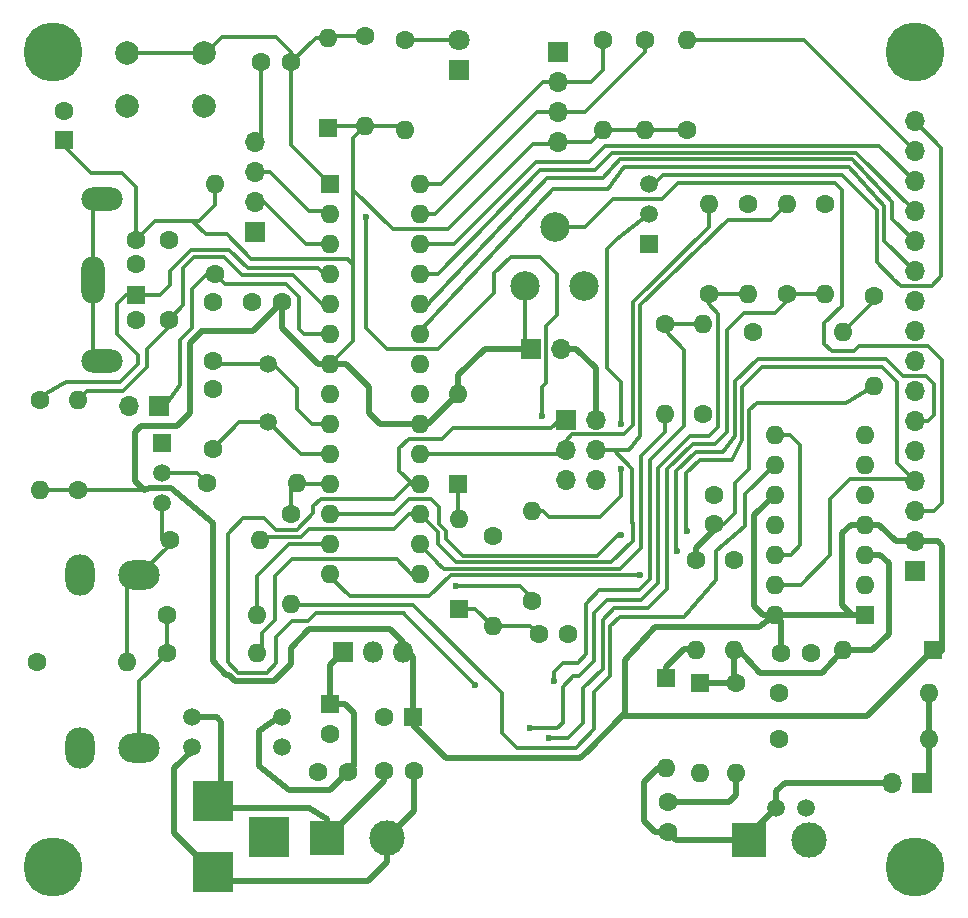
<source format=gbr>
%TF.GenerationSoftware,KiCad,Pcbnew,(6.0.11)*%
%TF.CreationDate,2023-02-05T16:58:01-06:00*%
%TF.ProjectId,PortableTerminal,506f7274-6162-46c6-9554-65726d696e61,rev?*%
%TF.SameCoordinates,Original*%
%TF.FileFunction,Copper,L2,Bot*%
%TF.FilePolarity,Positive*%
%FSLAX46Y46*%
G04 Gerber Fmt 4.6, Leading zero omitted, Abs format (unit mm)*
G04 Created by KiCad (PCBNEW (6.0.11)) date 2023-02-05 16:58:01*
%MOMM*%
%LPD*%
G01*
G04 APERTURE LIST*
%TA.AperFunction,ComponentPad*%
%ADD10R,1.600000X1.600000*%
%TD*%
%TA.AperFunction,ComponentPad*%
%ADD11C,1.600000*%
%TD*%
%TA.AperFunction,ComponentPad*%
%ADD12O,1.600000X1.600000*%
%TD*%
%TA.AperFunction,ComponentPad*%
%ADD13R,3.500000X3.500000*%
%TD*%
%TA.AperFunction,ComponentPad*%
%ADD14R,1.700000X1.700000*%
%TD*%
%TA.AperFunction,ComponentPad*%
%ADD15O,1.700000X1.700000*%
%TD*%
%TA.AperFunction,ComponentPad*%
%ADD16O,2.500000X3.500000*%
%TD*%
%TA.AperFunction,ComponentPad*%
%ADD17O,3.500000X2.500000*%
%TD*%
%TA.AperFunction,ComponentPad*%
%ADD18O,3.500000X2.000000*%
%TD*%
%TA.AperFunction,ComponentPad*%
%ADD19O,2.000000X4.000000*%
%TD*%
%TA.AperFunction,ComponentPad*%
%ADD20C,2.500000*%
%TD*%
%TA.AperFunction,ComponentPad*%
%ADD21C,2.000000*%
%TD*%
%TA.AperFunction,ComponentPad*%
%ADD22R,1.800000X1.800000*%
%TD*%
%TA.AperFunction,ComponentPad*%
%ADD23O,1.800000X1.800000*%
%TD*%
%TA.AperFunction,ComponentPad*%
%ADD24C,1.500000*%
%TD*%
%TA.AperFunction,ComponentPad*%
%ADD25C,1.800000*%
%TD*%
%TA.AperFunction,ComponentPad*%
%ADD26R,1.520000X1.520000*%
%TD*%
%TA.AperFunction,ComponentPad*%
%ADD27C,1.520000*%
%TD*%
%TA.AperFunction,ComponentPad*%
%ADD28R,3.000000X3.000000*%
%TD*%
%TA.AperFunction,ComponentPad*%
%ADD29C,3.000000*%
%TD*%
%TA.AperFunction,ComponentPad*%
%ADD30C,5.000000*%
%TD*%
%TA.AperFunction,ViaPad*%
%ADD31C,0.600000*%
%TD*%
%TA.AperFunction,Conductor*%
%ADD32C,0.500000*%
%TD*%
%TA.AperFunction,Conductor*%
%ADD33C,0.350000*%
%TD*%
G04 APERTURE END LIST*
D10*
%TO.P,C1,1*%
%TO.N,+12V*%
X78480000Y-121230000D03*
D11*
%TO.P,C1,2*%
%TO.N,GND*%
X78480000Y-123730000D03*
%TD*%
%TO.P,C2,1*%
%TO.N,RESET*%
X75170000Y-66900000D03*
%TO.P,C2,2*%
%TO.N,Net-(C2-Pad2)*%
X72670000Y-66900000D03*
%TD*%
D10*
%TO.P,C3,1*%
%TO.N,+5V*%
X56000000Y-73500000D03*
D11*
%TO.P,C3,2*%
%TO.N,GND*%
X56000000Y-71000000D03*
%TD*%
%TO.P,C4,1*%
%TO.N,+5V*%
X74400000Y-87200000D03*
%TO.P,C4,2*%
%TO.N,GND*%
X71900000Y-87200000D03*
%TD*%
%TO.P,C5,1*%
%TO.N,GND*%
X68560000Y-87170000D03*
%TO.P,C5,2*%
%TO.N,Net-(C5-Pad2)*%
X68560000Y-92170000D03*
%TD*%
%TO.P,C6,1*%
%TO.N,GND*%
X68560000Y-94600000D03*
%TO.P,C6,2*%
%TO.N,Net-(C6-Pad2)*%
X68560000Y-99600000D03*
%TD*%
%TO.P,C7,1*%
%TO.N,Net-(R9-Pad2)*%
X96150000Y-115340000D03*
%TO.P,C7,2*%
%TO.N,GND*%
X98650000Y-115340000D03*
%TD*%
D10*
%TO.P,C8,1*%
%TO.N,+5V*%
X85520000Y-122350000D03*
D11*
%TO.P,C8,2*%
%TO.N,GND*%
X83020000Y-122350000D03*
%TD*%
D10*
%TO.P,D1,1,K*%
%TO.N,+5V*%
X78330000Y-72430000D03*
D12*
%TO.P,D1,2,A*%
%TO.N,RESET*%
X78330000Y-64810000D03*
%TD*%
D10*
%TO.P,D2,1,K*%
%TO.N,Net-(D2-Pad1)*%
X89340000Y-102600000D03*
D12*
%TO.P,D2,2,A*%
%TO.N,+5V*%
X89340000Y-94980000D03*
%TD*%
D10*
%TO.P,D3,1,K*%
%TO.N,Net-(R9-Pad2)*%
X89380000Y-113160000D03*
D12*
%TO.P,D3,2,A*%
%TO.N,Net-(D2-Pad1)*%
X89380000Y-105540000D03*
%TD*%
D13*
%TO.P,J1,1*%
%TO.N,Net-(J11-Pad1)*%
X68620000Y-129460000D03*
%TO.P,J1,2*%
%TO.N,Net-(J11-Pad2)*%
X68620000Y-135460000D03*
%TO.P,J1,3*%
%TO.N,unconnected-(J1-Pad3)*%
X73320000Y-132460000D03*
%TD*%
D14*
%TO.P,J4,1,Pin_1*%
%TO.N,MISO*%
X98450000Y-97160000D03*
D15*
%TO.P,J4,2,Pin_2*%
%TO.N,Net-(J4-Pad2)*%
X100990000Y-97160000D03*
%TO.P,J4,3,Pin_3*%
%TO.N,SCK*%
X98450000Y-99700000D03*
%TO.P,J4,4,Pin_4*%
%TO.N,MOSI*%
X100990000Y-99700000D03*
%TO.P,J4,5,Pin_5*%
%TO.N,RESET*%
X98450000Y-102240000D03*
%TO.P,J4,6,Pin_6*%
%TO.N,GND*%
X100990000Y-102240000D03*
%TD*%
D14*
%TO.P,J7,1,Pin_1*%
%TO.N,GND*%
X97790000Y-66040000D03*
D15*
%TO.P,J7,2,Pin_2*%
%TO.N,SCL*%
X97790000Y-68580000D03*
%TO.P,J7,3,Pin_3*%
%TO.N,SDA*%
X97790000Y-71120000D03*
%TO.P,J7,4,Pin_4*%
%TO.N,+5V*%
X97790000Y-73660000D03*
%TD*%
D14*
%TO.P,J8,1,Pin_1*%
%TO.N,GND*%
X72136000Y-81280000D03*
D15*
%TO.P,J8,2,Pin_2*%
%TO.N,TX*%
X72136000Y-78740000D03*
%TO.P,J8,3,Pin_3*%
%TO.N,RX*%
X72136000Y-76200000D03*
%TO.P,J8,4,Pin_4*%
%TO.N,Net-(C2-Pad2)*%
X72136000Y-73660000D03*
%TD*%
D16*
%TO.P,J9,1,SHIELD*%
%TO.N,GND*%
X57340000Y-110310000D03*
D17*
%TO.P,J9,2,PIN*%
%TO.N,Net-(Q1-Pad3)*%
X62340000Y-110310000D03*
%TD*%
D16*
%TO.P,J10,1,SHIELD*%
%TO.N,GND*%
X57340000Y-124950000D03*
D17*
%TO.P,J10,2,PIN*%
%TO.N,Net-(J10-Pad2)*%
X62340000Y-124950000D03*
%TD*%
D14*
%TO.P,JP1,1,1*%
%TO.N,+5V*%
X95480000Y-91140000D03*
D15*
%TO.P,JP1,2,2*%
%TO.N,Net-(J4-Pad2)*%
X98020000Y-91140000D03*
%TD*%
D10*
%TO.P,P1,1,1*%
%TO.N,PS2DATA*%
X62030000Y-86610000D03*
D11*
%TO.P,P1,2,2*%
%TO.N,unconnected-(P1-Pad2)*%
X62030000Y-84010000D03*
%TO.P,P1,3,3*%
%TO.N,GND*%
X62030000Y-88710000D03*
%TO.P,P1,4,4*%
%TO.N,+5V*%
X62030000Y-81910000D03*
%TO.P,P1,5,5*%
%TO.N,PS2CLK*%
X64830000Y-88710000D03*
%TO.P,P1,6*%
%TO.N,unconnected-(P1-Pad6)*%
X64830000Y-81910000D03*
D18*
%TO.P,P1,7,Shell*%
%TO.N,GND*%
X59180000Y-78460000D03*
D19*
X58380000Y-85310000D03*
D18*
X59180000Y-92160000D03*
%TD*%
D11*
%TO.P,R1,1*%
%TO.N,RESET*%
X81460000Y-64690000D03*
D12*
%TO.P,R1,2*%
%TO.N,+5V*%
X81460000Y-72310000D03*
%TD*%
D11*
%TO.P,R2,1*%
%TO.N,SDA*%
X105156000Y-65024000D03*
D12*
%TO.P,R2,2*%
%TO.N,+5V*%
X105156000Y-72644000D03*
%TD*%
D11*
%TO.P,R3,1*%
%TO.N,SCL*%
X101600000Y-65024000D03*
D12*
%TO.P,R3,2*%
%TO.N,+5V*%
X101600000Y-72644000D03*
%TD*%
D11*
%TO.P,R4,1*%
%TO.N,Net-(Q1-Pad3)*%
X64920000Y-107370000D03*
D12*
%TO.P,R4,2*%
%TO.N,MOSI*%
X72540000Y-107370000D03*
%TD*%
D11*
%TO.P,R5,1*%
%TO.N,GND*%
X53680000Y-117650000D03*
D12*
%TO.P,R5,2*%
%TO.N,Net-(Q1-Pad3)*%
X61300000Y-117650000D03*
%TD*%
D11*
%TO.P,R6,1*%
%TO.N,+5V*%
X108712000Y-72644000D03*
D12*
%TO.P,R6,2*%
%TO.N,Net-(R6-Pad2)*%
X108712000Y-65024000D03*
%TD*%
D11*
%TO.P,R7,1*%
%TO.N,Net-(J10-Pad2)*%
X64650000Y-116930000D03*
D12*
%TO.P,R7,2*%
%TO.N,Net-(R7-Pad2)*%
X72270000Y-116930000D03*
%TD*%
D11*
%TO.P,R8,1*%
%TO.N,Net-(J10-Pad2)*%
X64680000Y-113690000D03*
D12*
%TO.P,R8,2*%
%TO.N,Net-(R8-Pad2)*%
X72300000Y-113690000D03*
%TD*%
D11*
%TO.P,R9,1*%
%TO.N,GND*%
X92330000Y-107010000D03*
D12*
%TO.P,R9,2*%
%TO.N,Net-(R9-Pad2)*%
X92330000Y-114630000D03*
%TD*%
D11*
%TO.P,R10,1*%
%TO.N,Net-(U4-Pad3)*%
X117180000Y-86500000D03*
D12*
%TO.P,R10,2*%
%TO.N,MOSI*%
X117180000Y-78880000D03*
%TD*%
D11*
%TO.P,R11,1*%
%TO.N,GND*%
X120390000Y-78870000D03*
D12*
%TO.P,R11,2*%
%TO.N,Net-(U4-Pad3)*%
X120390000Y-86490000D03*
%TD*%
D11*
%TO.P,R12,1*%
%TO.N,Net-(U4-Pad5)*%
X110540000Y-86480000D03*
D12*
%TO.P,R12,2*%
%TO.N,SCK*%
X110540000Y-78860000D03*
%TD*%
D11*
%TO.P,R13,1*%
%TO.N,GND*%
X113870000Y-78860000D03*
D12*
%TO.P,R13,2*%
%TO.N,Net-(U4-Pad5)*%
X113870000Y-86480000D03*
%TD*%
D11*
%TO.P,R14,1*%
%TO.N,Net-(U4-Pad2)*%
X106810000Y-89040000D03*
D12*
%TO.P,R14,2*%
%TO.N,CS*%
X106810000Y-96660000D03*
%TD*%
D11*
%TO.P,R15,1*%
%TO.N,GND*%
X110030000Y-96700000D03*
D12*
%TO.P,R15,2*%
%TO.N,Net-(U4-Pad2)*%
X110030000Y-89080000D03*
%TD*%
D11*
%TO.P,R16,1*%
%TO.N,+5V*%
X57190000Y-103130000D03*
D12*
%TO.P,R16,2*%
%TO.N,PS2CLK*%
X57190000Y-95510000D03*
%TD*%
D11*
%TO.P,R17,1*%
%TO.N,PS2DATA*%
X53970000Y-95460000D03*
D12*
%TO.P,R17,2*%
%TO.N,+5V*%
X53970000Y-103080000D03*
%TD*%
D20*
%TO.P,RV1,1,1*%
%TO.N,+5V*%
X94996000Y-85852000D03*
%TO.P,RV1,2,2*%
%TO.N,Net-(RV1-Pad2)*%
X97496000Y-80812000D03*
%TO.P,RV1,3,3*%
%TO.N,GND*%
X99996000Y-85852000D03*
%TD*%
D21*
%TO.P,SW1,1,1*%
%TO.N,GND*%
X61318000Y-70612000D03*
X67818000Y-70612000D03*
%TO.P,SW1,2,2*%
%TO.N,RESET*%
X67818000Y-66112000D03*
X61318000Y-66112000D03*
%TD*%
D22*
%TO.P,U1,1,VI*%
%TO.N,+12V*%
X79600000Y-116850000D03*
D23*
%TO.P,U1,2,GND*%
%TO.N,GND*%
X82140000Y-116850000D03*
%TO.P,U1,3,VO*%
%TO.N,+5V*%
X84680000Y-116850000D03*
%TD*%
D10*
%TO.P,U2,1,(PCINT14/~{RESET})PC6*%
%TO.N,RESET*%
X78486000Y-77216000D03*
D12*
%TO.P,U2,2,(PCINT16/RXD)PD0*%
%TO.N,RX*%
X78486000Y-79756000D03*
%TO.P,U2,3,(PCINT17/TXD)PD1*%
%TO.N,TX*%
X78486000Y-82296000D03*
%TO.P,U2,4,(PCINT18/INT0)PD2*%
%TO.N,PS2DATA*%
X78486000Y-84836000D03*
%TO.P,U2,5,(PCINT19/OC2B/INT1)PD3*%
%TO.N,PS2CLK*%
X78486000Y-87376000D03*
%TO.P,U2,6,(PCINT20/XCK/T0)PD4*%
%TO.N,Net-(U2-Pad6)*%
X78486000Y-89916000D03*
%TO.P,U2,7,VCC*%
%TO.N,+5V*%
X78486000Y-92456000D03*
%TO.P,U2,8,GND*%
%TO.N,GND*%
X78486000Y-94996000D03*
%TO.P,U2,9,(PCINT6/XTAL1/TOSC1)PB6*%
%TO.N,Net-(C5-Pad2)*%
X78486000Y-97536000D03*
%TO.P,U2,10,(PCINT7/XTAL2/TOSC2)PB7*%
%TO.N,Net-(C6-Pad2)*%
X78486000Y-100076000D03*
%TO.P,U2,11,(PCINT21/OC0B/T1)PD5*%
%TO.N,MUTE*%
X78486000Y-102616000D03*
%TO.P,U2,12,(PCINT22/OC0A/AIN0)PD6*%
%TO.N,RS*%
X78486000Y-105156000D03*
%TO.P,U2,13,(PCINT23/AIN1)PD7*%
%TO.N,Net-(R8-Pad2)*%
X78486000Y-107696000D03*
%TO.P,U2,14,(PCINT0/CLKO/ICP1)PB0*%
%TO.N,E*%
X78486000Y-110236000D03*
%TO.P,U2,15,(PCINT1/OC1A)PB1*%
%TO.N,Net-(R7-Pad2)*%
X86106000Y-110236000D03*
%TO.P,U2,16,(PCINT2/OC1B/~{SS})PB2*%
%TO.N,CS*%
X86106000Y-107696000D03*
%TO.P,U2,17,(PCINT3/OC2A/MOSI)PB3*%
%TO.N,MOSI*%
X86106000Y-105156000D03*
%TO.P,U2,18,(PCINT4/MISO)PB4*%
%TO.N,MISO*%
X86106000Y-102616000D03*
%TO.P,U2,19,(PCINT5/SCK)PB5*%
%TO.N,SCK*%
X86106000Y-100076000D03*
%TO.P,U2,20,AVCC*%
%TO.N,+5V*%
X86106000Y-97536000D03*
%TO.P,U2,21,AREF*%
%TO.N,unconnected-(U2-Pad21)*%
X86106000Y-94996000D03*
%TO.P,U2,22,GND*%
%TO.N,GND*%
X86106000Y-92456000D03*
%TO.P,U2,23,(PCINT8/ADC0)PC0*%
%TO.N,DB4*%
X86106000Y-89916000D03*
%TO.P,U2,24,(PCINT9/ADC1)PC1*%
%TO.N,DB5*%
X86106000Y-87376000D03*
%TO.P,U2,25,(PCINT10/ADC2)PC2*%
%TO.N,DB6*%
X86106000Y-84836000D03*
%TO.P,U2,26,(PCINT11/ADC3)PC3*%
%TO.N,DB7*%
X86106000Y-82296000D03*
%TO.P,U2,27,(PCINT12/SDA/ADC4)PC4*%
%TO.N,SDA*%
X86106000Y-79756000D03*
%TO.P,U2,28,(PCINT13/SCL/ADC5)PC5*%
%TO.N,SCL*%
X86106000Y-77216000D03*
%TD*%
D14*
%TO.P,U3,1,VSS*%
%TO.N,GND*%
X128000000Y-110000000D03*
D15*
%TO.P,U3,2,VDD*%
%TO.N,+5V*%
X128000000Y-107460000D03*
%TO.P,U3,3,VO*%
%TO.N,Net-(RV1-Pad2)*%
X128000000Y-104920000D03*
%TO.P,U3,4,RS*%
%TO.N,RS*%
X128000000Y-102380000D03*
%TO.P,U3,5,R/~{W}*%
%TO.N,GND*%
X128000000Y-99840000D03*
%TO.P,U3,6,E*%
%TO.N,E*%
X128000000Y-97300000D03*
%TO.P,U3,7,DB0*%
%TO.N,unconnected-(U3-Pad7)*%
X128000000Y-94760000D03*
%TO.P,U3,8,DB1*%
%TO.N,unconnected-(U3-Pad8)*%
X128000000Y-92220000D03*
%TO.P,U3,9,DB2*%
%TO.N,unconnected-(U3-Pad9)*%
X128000000Y-89680000D03*
%TO.P,U3,10,DB3*%
%TO.N,unconnected-(U3-Pad10)*%
X128000000Y-87140000D03*
%TO.P,U3,11,DB4*%
%TO.N,DB4*%
X128000000Y-84600000D03*
%TO.P,U3,12,DB5*%
%TO.N,DB5*%
X128000000Y-82060000D03*
%TO.P,U3,13,DB6*%
%TO.N,DB6*%
X128000000Y-79520000D03*
%TO.P,U3,14,DB7*%
%TO.N,DB7*%
X128000000Y-76980000D03*
%TO.P,U3,15,A/VEE*%
%TO.N,Net-(R6-Pad2)*%
X128000000Y-74440000D03*
%TO.P,U3,16,K*%
%TO.N,Net-(Q2-Pad3)*%
X128000000Y-71900000D03*
%TD*%
D24*
%TO.P,Y1,1,1*%
%TO.N,Net-(C6-Pad2)*%
X73260000Y-97340000D03*
%TO.P,Y1,2,2*%
%TO.N,Net-(C5-Pad2)*%
X73260000Y-92460000D03*
%TD*%
D22*
%TO.P,D4,1,K*%
%TO.N,GND*%
X89408000Y-67564000D03*
D25*
%TO.P,D4,2,A*%
%TO.N,Net-(D4-Pad2)*%
X89408000Y-65024000D03*
%TD*%
D11*
%TO.P,R18,1*%
%TO.N,Net-(D4-Pad2)*%
X84836000Y-65024000D03*
D12*
%TO.P,R18,2*%
%TO.N,+5V*%
X84836000Y-72644000D03*
%TD*%
D26*
%TO.P,Q1,1,E*%
%TO.N,GND*%
X64260000Y-99100000D03*
D27*
%TO.P,Q1,2,B*%
%TO.N,Net-(Q1-Pad2)*%
X64260000Y-101640000D03*
%TO.P,Q1,3,C*%
%TO.N,Net-(Q1-Pad3)*%
X64260000Y-104180000D03*
%TD*%
D11*
%TO.P,R19,1*%
%TO.N,Net-(Q1-Pad2)*%
X68110000Y-102490000D03*
D12*
%TO.P,R19,2*%
%TO.N,MUTE*%
X75730000Y-102490000D03*
%TD*%
D14*
%TO.P,JP2,1,1*%
%TO.N,Net-(U2-Pad6)*%
X64008000Y-96012000D03*
D15*
%TO.P,JP2,2,2*%
%TO.N,GND*%
X61468000Y-96012000D03*
%TD*%
D11*
%TO.P,R20,1*%
%TO.N,Net-(U2-Pad6)*%
X68730000Y-84830000D03*
D12*
%TO.P,R20,2*%
%TO.N,+5V*%
X68730000Y-77210000D03*
%TD*%
D28*
%TO.P,J11,1,Pin_1*%
%TO.N,Net-(J11-Pad1)*%
X78232000Y-132588000D03*
D29*
%TO.P,J11,2,Pin_2*%
%TO.N,Net-(J11-Pad2)*%
X83312000Y-132588000D03*
%TD*%
D26*
%TO.P,Q2,1,E*%
%TO.N,GND*%
X105520000Y-82320000D03*
D27*
%TO.P,Q2,2,B*%
%TO.N,Net-(Q2-Pad2)*%
X105520000Y-79780000D03*
%TO.P,Q2,3,C*%
%TO.N,Net-(Q2-Pad3)*%
X105520000Y-77240000D03*
%TD*%
D11*
%TO.P,R21,1*%
%TO.N,Net-(R7-Pad2)*%
X95550000Y-112490000D03*
D12*
%TO.P,R21,2*%
%TO.N,Net-(Q2-Pad2)*%
X95550000Y-104870000D03*
%TD*%
D11*
%TO.P,C9,1*%
%TO.N,Net-(C9-Pad1)*%
X107070000Y-129530000D03*
%TO.P,C9,2*%
%TO.N,Net-(D7-Pad2)*%
X107070000Y-132030000D03*
%TD*%
%TO.P,C10,1*%
%TO.N,+5V*%
X116700000Y-116900000D03*
%TO.P,C10,2*%
%TO.N,GND*%
X119200000Y-116900000D03*
%TD*%
D10*
%TO.P,D5,1,K*%
%TO.N,Net-(R24-Pad2)*%
X109830000Y-119420000D03*
D12*
%TO.P,D5,2,A*%
%TO.N,GND*%
X109830000Y-127040000D03*
%TD*%
D10*
%TO.P,D6,1,K*%
%TO.N,+5V*%
X129500000Y-116700000D03*
D12*
%TO.P,D6,2,A*%
%TO.N,Net-(R24-Pad2)*%
X121880000Y-116700000D03*
%TD*%
D24*
%TO.P,J12,1,In*%
%TO.N,Net-(D7-Pad2)*%
X116260000Y-130000000D03*
D28*
X113974000Y-132728000D03*
D29*
%TO.P,J12,2,Ext*%
%TO.N,GND*%
X119054000Y-132728000D03*
D24*
X118800000Y-130000000D03*
%TD*%
D11*
%TO.P,R22,1*%
%TO.N,GND*%
X116500000Y-124200000D03*
D12*
%TO.P,R22,2*%
%TO.N,Net-(JP3-Pad1)*%
X129200000Y-124200000D03*
%TD*%
D11*
%TO.P,R23,1*%
%TO.N,GND*%
X116500000Y-120300000D03*
D12*
%TO.P,R23,2*%
%TO.N,Net-(JP3-Pad1)*%
X129200000Y-120300000D03*
%TD*%
D11*
%TO.P,R24,1*%
%TO.N,GND*%
X112700000Y-109000000D03*
D12*
%TO.P,R24,2*%
%TO.N,Net-(R24-Pad2)*%
X112700000Y-116620000D03*
%TD*%
D11*
%TO.P,R25,1*%
%TO.N,MUTE*%
X75200000Y-105170000D03*
D12*
%TO.P,R25,2*%
%TO.N,Net-(R25-Pad2)*%
X75200000Y-112790000D03*
%TD*%
D10*
%TO.P,U5,1,Cd*%
%TO.N,+5V*%
X123770000Y-113660000D03*
D12*
%TO.P,U5,2,D*%
%TO.N,Net-(U5-Pad2)*%
X123770000Y-111120000D03*
%TO.P,U5,3,Cp*%
%TO.N,Net-(R24-Pad2)*%
X123770000Y-108580000D03*
%TO.P,U5,4,Sd*%
%TO.N,+5V*%
X123770000Y-106040000D03*
%TO.P,U5,5,Q*%
%TO.N,Net-(U5-Pad11)*%
X123770000Y-103500000D03*
%TO.P,U5,6,~{Q}*%
%TO.N,Net-(U5-Pad2)*%
X123770000Y-100960000D03*
%TO.P,U5,7,GND*%
%TO.N,GND*%
X123770000Y-98420000D03*
%TO.P,U5,8,~{Q}*%
%TO.N,Net-(U5-Pad12)*%
X116150000Y-98420000D03*
%TO.P,U5,9,Q*%
%TO.N,Net-(R25-Pad2)*%
X116150000Y-100960000D03*
%TO.P,U5,10,Sd*%
%TO.N,+5V*%
X116150000Y-103500000D03*
%TO.P,U5,11,Cp*%
%TO.N,Net-(U5-Pad11)*%
X116150000Y-106040000D03*
%TO.P,U5,12,D*%
%TO.N,Net-(U5-Pad12)*%
X116150000Y-108580000D03*
%TO.P,U5,13,Cd*%
%TO.N,RS*%
X116150000Y-111120000D03*
%TO.P,U5,14,VCC*%
%TO.N,+5V*%
X116150000Y-113660000D03*
%TD*%
D11*
%TO.P,R26,1*%
%TO.N,Net-(R24-Pad2)*%
X112850000Y-119420000D03*
D12*
%TO.P,R26,2*%
%TO.N,Net-(C9-Pad1)*%
X112850000Y-127040000D03*
%TD*%
D11*
%TO.P,C11,1*%
%TO.N,Net-(R28-Pad2)*%
X111010000Y-106030000D03*
%TO.P,C11,2*%
%TO.N,GND*%
X111010000Y-103530000D03*
%TD*%
D10*
%TO.P,D7,1,K*%
%TO.N,Net-(D7-Pad1)*%
X106930000Y-119000000D03*
D12*
%TO.P,D7,2,A*%
%TO.N,Net-(D7-Pad2)*%
X106930000Y-126620000D03*
%TD*%
D11*
%TO.P,R27,1*%
%TO.N,Net-(R28-Pad2)*%
X109500000Y-109000000D03*
D12*
%TO.P,R27,2*%
%TO.N,Net-(D7-Pad1)*%
X109500000Y-116620000D03*
%TD*%
D11*
%TO.P,R28,1*%
%TO.N,DB4*%
X124530000Y-86700000D03*
D12*
%TO.P,R28,2*%
%TO.N,Net-(R28-Pad2)*%
X124530000Y-94320000D03*
%TD*%
D11*
%TO.P,R29,1*%
%TO.N,GND*%
X114300000Y-89720000D03*
D12*
%TO.P,R29,2*%
%TO.N,DB4*%
X121920000Y-89720000D03*
%TD*%
D11*
%TO.P,C12,1*%
%TO.N,Net-(J11-Pad1)*%
X83090000Y-126930000D03*
%TO.P,C12,2*%
%TO.N,Net-(J11-Pad2)*%
X85590000Y-126930000D03*
%TD*%
%TO.P,C13,1*%
%TO.N,+12V*%
X80000000Y-127000000D03*
%TO.P,C13,2*%
%TO.N,GND*%
X77500000Y-127000000D03*
%TD*%
D24*
%TO.P,T1,1*%
%TO.N,Net-(J11-Pad1)*%
X66770000Y-122340000D03*
%TO.P,T1,2*%
%TO.N,+12V*%
X74390000Y-122340000D03*
%TO.P,T1,3*%
%TO.N,Net-(J11-Pad2)*%
X66770000Y-124880000D03*
%TO.P,T1,4*%
%TO.N,GND*%
X74390000Y-124880000D03*
%TD*%
D14*
%TO.P,JP3,1,1*%
%TO.N,Net-(JP3-Pad1)*%
X128600000Y-127900000D03*
D15*
%TO.P,JP3,2,2*%
%TO.N,Net-(D7-Pad2)*%
X126060000Y-127900000D03*
%TD*%
D30*
%TO.P,J2,1,Pin_1*%
%TO.N,GND*%
X55000000Y-66000000D03*
%TD*%
%TO.P,J3,1,Pin_1*%
%TO.N,GND*%
X55000000Y-135000000D03*
%TD*%
%TO.P,J5,1,Pin_1*%
%TO.N,GND*%
X128000000Y-66000000D03*
%TD*%
%TO.P,J6,1,Pin_1*%
%TO.N,GND*%
X128000000Y-135000000D03*
%TD*%
D31*
%TO.N,RESET*%
X81534000Y-80010000D03*
X96450000Y-96850000D03*
%TO.N,MISO*%
X90780000Y-119610000D03*
%TO.N,RS*%
X103140000Y-106960000D03*
X108700000Y-106600000D03*
%TO.N,E*%
X104720000Y-110280000D03*
X107870000Y-108260000D03*
%TO.N,Net-(Q2-Pad2)*%
X103124000Y-101346000D03*
X103124000Y-97536000D03*
%TO.N,Net-(R7-Pad2)*%
X89130000Y-111260000D03*
%TO.N,Net-(U4-Pad3)*%
X97050000Y-124110000D03*
%TO.N,Net-(U4-Pad5)*%
X95420000Y-123280000D03*
%TO.N,Net-(U4-Pad2)*%
X97430000Y-119280000D03*
%TD*%
D32*
%TO.N,+12V*%
X78480000Y-117970000D02*
X79600000Y-116850000D01*
X79730000Y-121230000D02*
X80500000Y-122000000D01*
X80500000Y-122000000D02*
X80500000Y-126500000D01*
X80500000Y-126500000D02*
X80000000Y-127000000D01*
X74160000Y-122340000D02*
X72500000Y-123500000D01*
X72500000Y-123500000D02*
X72500000Y-126500000D01*
X72500000Y-126500000D02*
X75000000Y-128500000D01*
X75000000Y-128500000D02*
X78500000Y-128500000D01*
X78500000Y-128500000D02*
X80000000Y-127000000D01*
X74390000Y-122340000D02*
X74160000Y-122340000D01*
X78480000Y-121230000D02*
X78480000Y-117970000D01*
X78480000Y-121230000D02*
X79730000Y-121230000D01*
D33*
%TO.N,GND*%
X58380000Y-79260000D02*
X59180000Y-78460000D01*
X58380000Y-91360000D02*
X59180000Y-92160000D01*
X58380000Y-85310000D02*
X58380000Y-91360000D01*
X58380000Y-85310000D02*
X58380000Y-79260000D01*
%TO.N,RESET*%
X75170000Y-73900000D02*
X78486000Y-77216000D01*
X78450000Y-64690000D02*
X78330000Y-64810000D01*
X77260000Y-64810000D02*
X75170000Y-66900000D01*
X81534000Y-89408000D02*
X81534000Y-80010000D01*
X68000000Y-66112000D02*
X69342000Y-64770000D01*
X69342000Y-64770000D02*
X73914000Y-64770000D01*
X73914000Y-64770000D02*
X75170000Y-66026000D01*
X75170000Y-66026000D02*
X75170000Y-66900000D01*
X96770000Y-94060000D02*
X96770000Y-89210000D01*
X81534000Y-89408000D02*
X83293000Y-91167000D01*
X87673000Y-91167000D02*
X92370000Y-86470000D01*
X92370000Y-86470000D02*
X92370000Y-84770000D01*
X92370000Y-84770000D02*
X93770000Y-83370000D01*
X93770000Y-83370000D02*
X96280000Y-83370000D01*
X96280000Y-83370000D02*
X97710000Y-84800000D01*
X97710000Y-84800000D02*
X97710000Y-88270000D01*
X97710000Y-88270000D02*
X96770000Y-89210000D01*
X96450000Y-96850000D02*
X96440000Y-94390000D01*
X96440000Y-94390000D02*
X96770000Y-94060000D01*
X78330000Y-64810000D02*
X77260000Y-64810000D01*
X87673000Y-91167000D02*
X83293000Y-91167000D01*
X67818000Y-66112000D02*
X68000000Y-66112000D01*
X67818000Y-66112000D02*
X61318000Y-66112000D01*
X75170000Y-66900000D02*
X75170000Y-73900000D01*
X81460000Y-64690000D02*
X78450000Y-64690000D01*
%TO.N,Net-(C2-Pad2)*%
X72670000Y-73126000D02*
X72136000Y-73660000D01*
X72670000Y-66900000D02*
X72670000Y-73126000D01*
%TO.N,+5V*%
X60850000Y-76240000D02*
X62030000Y-77420000D01*
X62030000Y-77420000D02*
X62030000Y-81910000D01*
X80450000Y-90492000D02*
X78486000Y-92456000D01*
X80450000Y-84820000D02*
X80450000Y-85190000D01*
X78450000Y-72310000D02*
X78330000Y-72430000D01*
X80450000Y-73320000D02*
X81460000Y-72310000D01*
X95670000Y-73840000D02*
X88490000Y-81020000D01*
X88490000Y-81020000D02*
X83780000Y-81020000D01*
X83780000Y-81020000D02*
X80450000Y-77690000D01*
X80450000Y-77690000D02*
X80450000Y-73320000D01*
X97790000Y-73660000D02*
X97610000Y-73840000D01*
X56000000Y-73950000D02*
X58290000Y-76240000D01*
X58290000Y-76240000D02*
X60850000Y-76240000D01*
X100584000Y-73660000D02*
X101600000Y-72644000D01*
X84502000Y-72310000D02*
X84836000Y-72644000D01*
X94972000Y-90632000D02*
X95480000Y-91140000D01*
D32*
X79866000Y-92456000D02*
X81830000Y-94420000D01*
X81830000Y-94420000D02*
X81830000Y-96620000D01*
X81830000Y-96620000D02*
X82746000Y-97536000D01*
X82746000Y-97536000D02*
X86106000Y-97536000D01*
X86784000Y-97536000D02*
X89340000Y-94980000D01*
X68580000Y-117602000D02*
X68580000Y-105918000D01*
X68580000Y-105918000D02*
X65006000Y-102914000D01*
X65006000Y-102914000D02*
X63228000Y-102914000D01*
X62738000Y-103124000D02*
X61976000Y-102362000D01*
X67564000Y-89662000D02*
X71938000Y-89662000D01*
X71938000Y-89662000D02*
X74400000Y-87200000D01*
X77496000Y-92456000D02*
X74400000Y-89360000D01*
X74400000Y-89360000D02*
X74400000Y-87200000D01*
D33*
X80450000Y-85190000D02*
X80450000Y-90492000D01*
X80450000Y-84030000D02*
X79970000Y-83550000D01*
X79970000Y-83550000D02*
X71800000Y-83550000D01*
X71800000Y-83550000D02*
X69730000Y-81480000D01*
X69730000Y-81480000D02*
X67990000Y-81480000D01*
X67990000Y-81480000D02*
X66810000Y-80300000D01*
X66810000Y-80300000D02*
X63640000Y-80300000D01*
X63640000Y-80300000D02*
X62030000Y-81910000D01*
X67430000Y-80300000D02*
X68730000Y-79000000D01*
X68730000Y-79000000D02*
X68730000Y-77210000D01*
D32*
X61976000Y-98234000D02*
X62480000Y-97730000D01*
X62480000Y-97730000D02*
X65500000Y-97730000D01*
X65500000Y-97730000D02*
X66640000Y-96590000D01*
X66640000Y-96590000D02*
X66640000Y-90690000D01*
X66640000Y-90690000D02*
X67668000Y-89662000D01*
X63228000Y-102914000D02*
X62738000Y-103124000D01*
X89340000Y-93370000D02*
X91570000Y-91140000D01*
X91570000Y-91140000D02*
X95480000Y-91140000D01*
X130340000Y-107870000D02*
X129930000Y-107460000D01*
X129930000Y-107460000D02*
X128000000Y-107460000D01*
X126400000Y-107460000D02*
X124980000Y-106040000D01*
X124980000Y-106040000D02*
X123770000Y-106040000D01*
X130340000Y-116760000D02*
X130340000Y-107870000D01*
X129680000Y-116520000D02*
X129500000Y-116700000D01*
X115140000Y-113660000D02*
X114390000Y-112910000D01*
X114390000Y-112910000D02*
X114390000Y-105260000D01*
X114390000Y-105260000D02*
X116150000Y-103500000D01*
D33*
X62732000Y-103130000D02*
X62738000Y-103124000D01*
D32*
X69719000Y-118741000D02*
X68580000Y-117602000D01*
X69901000Y-118741000D02*
X70460000Y-119300000D01*
X70460000Y-119300000D02*
X73770000Y-119300000D01*
X73770000Y-119300000D02*
X75210000Y-117860000D01*
X75210000Y-117860000D02*
X75210000Y-116460000D01*
X75210000Y-116460000D02*
X76750000Y-114920000D01*
X76750000Y-114920000D02*
X83580000Y-114920000D01*
X83580000Y-114920000D02*
X84680000Y-116020000D01*
X84680000Y-116020000D02*
X84680000Y-116850000D01*
X85520000Y-123030000D02*
X88297118Y-125822589D01*
X85090000Y-116850000D02*
X85520000Y-117280000D01*
X85520000Y-117280000D02*
X85520000Y-122350000D01*
X103500000Y-122000000D02*
X103500000Y-117500000D01*
X103500000Y-117500000D02*
X105980000Y-114750000D01*
X105980000Y-114750000D02*
X114790000Y-114750000D01*
X114790000Y-114750000D02*
X116150000Y-113660000D01*
X122560000Y-106040000D02*
X121850000Y-106750000D01*
X121850000Y-106750000D02*
X121850000Y-112850000D01*
X121850000Y-112850000D02*
X122660000Y-113660000D01*
X122660000Y-113660000D02*
X123770000Y-113660000D01*
X99657411Y-125822589D02*
X100300000Y-125180000D01*
X100300000Y-125180000D02*
X100300000Y-125200000D01*
X100300000Y-125200000D02*
X103250000Y-122250000D01*
X116700000Y-114210000D02*
X116150000Y-113660000D01*
X103250000Y-122250000D02*
X103500000Y-122000000D01*
X123950000Y-122250000D02*
X129500000Y-116700000D01*
X89340000Y-94980000D02*
X89340000Y-93370000D01*
X78486000Y-92456000D02*
X77496000Y-92456000D01*
D33*
X56000000Y-73500000D02*
X56000000Y-73950000D01*
D32*
X86106000Y-97536000D02*
X86784000Y-97536000D01*
D33*
X81460000Y-72310000D02*
X78450000Y-72310000D01*
X66810000Y-80300000D02*
X67430000Y-80300000D01*
D32*
X85520000Y-122350000D02*
X85520000Y-123030000D01*
D33*
X101600000Y-72644000D02*
X105156000Y-72644000D01*
D32*
X116700000Y-116900000D02*
X116700000Y-114210000D01*
X61976000Y-102362000D02*
X61976000Y-98234000D01*
D33*
X97610000Y-73840000D02*
X95670000Y-73840000D01*
D32*
X84680000Y-116850000D02*
X85090000Y-116850000D01*
X123770000Y-106040000D02*
X122560000Y-106040000D01*
X69719000Y-118741000D02*
X69901000Y-118741000D01*
X103250000Y-122250000D02*
X123950000Y-122250000D01*
D33*
X80450000Y-85190000D02*
X80450000Y-84030000D01*
D32*
X116150000Y-113660000D02*
X115140000Y-113660000D01*
D33*
X57190000Y-103130000D02*
X53970000Y-103080000D01*
X94996000Y-85852000D02*
X94972000Y-90632000D01*
D32*
X78486000Y-92456000D02*
X79866000Y-92456000D01*
X88297118Y-125822589D02*
X99657411Y-125822589D01*
X130340000Y-116760000D02*
X129680000Y-116520000D01*
X123770000Y-113660000D02*
X116150000Y-113660000D01*
X128000000Y-107460000D02*
X126400000Y-107460000D01*
D33*
X81460000Y-72310000D02*
X84502000Y-72310000D01*
X57190000Y-103130000D02*
X62732000Y-103130000D01*
X80450000Y-84820000D02*
X80450000Y-77690000D01*
X108712000Y-72644000D02*
X105156000Y-72644000D01*
X97790000Y-73660000D02*
X100584000Y-73660000D01*
%TO.N,Net-(C5-Pad2)*%
X68850000Y-92460000D02*
X68560000Y-92170000D01*
X73664000Y-92460000D02*
X75692000Y-94488000D01*
X75692000Y-94488000D02*
X75692000Y-96266000D01*
X75692000Y-96266000D02*
X76962000Y-97536000D01*
X76962000Y-97536000D02*
X78486000Y-97536000D01*
X73260000Y-92460000D02*
X73664000Y-92460000D01*
X73260000Y-92460000D02*
X68850000Y-92460000D01*
%TO.N,Net-(C6-Pad2)*%
X70820000Y-97340000D02*
X68560000Y-99600000D01*
X75996000Y-100076000D02*
X73260000Y-97340000D01*
X73260000Y-97340000D02*
X70820000Y-97340000D01*
X78486000Y-100076000D02*
X75996000Y-100076000D01*
%TO.N,Net-(R9-Pad2)*%
X90730000Y-113160000D02*
X92330000Y-114630000D01*
X95440000Y-114630000D02*
X96150000Y-115340000D01*
X92330000Y-114630000D02*
X95440000Y-114630000D01*
X89380000Y-113160000D02*
X90730000Y-113160000D01*
%TO.N,Net-(D2-Pad1)*%
X89340000Y-105500000D02*
X89380000Y-105540000D01*
X89340000Y-102600000D02*
X89340000Y-105500000D01*
%TO.N,MISO*%
X85194000Y-102616000D02*
X83930000Y-103880000D01*
X77700000Y-103880000D02*
X77090000Y-104490000D01*
X97920000Y-97160000D02*
X97180000Y-97900000D01*
X97180000Y-97900000D02*
X88890000Y-97900000D01*
X88890000Y-97900000D02*
X88010000Y-98780000D01*
X88010000Y-98780000D02*
X85140000Y-98780000D01*
X85140000Y-98780000D02*
X84330000Y-99590000D01*
X84330000Y-99590000D02*
X84330000Y-101470000D01*
X84330000Y-101470000D02*
X85476000Y-102616000D01*
X85476000Y-102616000D02*
X86106000Y-102616000D01*
X69820000Y-117680000D02*
X69820000Y-106820000D01*
X69820000Y-106820000D02*
X71150000Y-105490000D01*
X71150000Y-105490000D02*
X72940000Y-105490000D01*
X72940000Y-105490000D02*
X73920000Y-106470000D01*
X73920000Y-106470000D02*
X75700000Y-106470000D01*
X75700000Y-106470000D02*
X77090000Y-105080000D01*
X77090000Y-105080000D02*
X77090000Y-104490000D01*
X70710000Y-118570000D02*
X69820000Y-117680000D01*
X73120000Y-118570000D02*
X73910000Y-117780000D01*
X73910000Y-117780000D02*
X73910000Y-115560000D01*
X73910000Y-115560000D02*
X75250000Y-114220000D01*
X75250000Y-114220000D02*
X76590000Y-114220000D01*
X76590000Y-114220000D02*
X77270000Y-113540000D01*
X77270000Y-113540000D02*
X84740000Y-113540000D01*
X84740000Y-113570000D02*
X90780000Y-119610000D01*
X86106000Y-102616000D02*
X85326000Y-102616000D01*
X85194000Y-102616000D02*
X86106000Y-102616000D01*
X84740000Y-113540000D02*
X84740000Y-113570000D01*
X98450000Y-97160000D02*
X97920000Y-97160000D01*
X70710000Y-118570000D02*
X73120000Y-118570000D01*
X77700000Y-103880000D02*
X83930000Y-103880000D01*
D32*
%TO.N,Net-(J4-Pad2)*%
X99330000Y-91140000D02*
X100990000Y-92800000D01*
X100990000Y-92800000D02*
X100990000Y-97160000D01*
X98020000Y-91140000D02*
X99330000Y-91140000D01*
D33*
%TO.N,SCK*%
X98074000Y-100076000D02*
X98450000Y-99700000D01*
X98450000Y-98930000D02*
X98990000Y-98390000D01*
X104150000Y-87190000D02*
X110540000Y-80830000D01*
X110540000Y-80830000D02*
X110540000Y-78860000D01*
X103340000Y-98390000D02*
X104150000Y-97580000D01*
X104150000Y-97580000D02*
X104150000Y-87190000D01*
X98990000Y-98390000D02*
X103340000Y-98390000D01*
X98450000Y-99700000D02*
X98450000Y-98930000D01*
X86106000Y-100076000D02*
X98074000Y-100076000D01*
%TO.N,MOSI*%
X85134000Y-105156000D02*
X83890000Y-106400000D01*
X76690000Y-106400000D02*
X83890000Y-106400000D01*
X89139996Y-109239996D02*
X87610000Y-107710000D01*
X87610000Y-107710000D02*
X87610000Y-106660000D01*
X87610000Y-106660000D02*
X86106000Y-105156000D01*
X104090000Y-101296000D02*
X102494000Y-99700000D01*
X102494000Y-99700000D02*
X100990000Y-99700000D01*
X103770000Y-99700000D02*
X104750000Y-98520000D01*
X102300004Y-109239996D02*
X104120000Y-107420000D01*
X104120000Y-107420000D02*
X104120000Y-105890000D01*
X104120000Y-105890000D02*
X104090000Y-105890000D01*
X104090000Y-105890000D02*
X104090000Y-101296000D01*
X104750000Y-87460000D02*
X112190000Y-80220000D01*
X112190000Y-80220000D02*
X115840000Y-80220000D01*
X115840000Y-80220000D02*
X117180000Y-78880000D01*
X76690000Y-106400000D02*
X76020000Y-107070000D01*
X76020000Y-107070000D02*
X72840000Y-107070000D01*
X72840000Y-107070000D02*
X72540000Y-107370000D01*
X104750000Y-98520000D02*
X104750000Y-87460000D01*
X100990000Y-99700000D02*
X103770000Y-99700000D01*
X86106000Y-105156000D02*
X85134000Y-105156000D01*
X89139996Y-109239996D02*
X102300004Y-109239996D01*
%TO.N,SCL*%
X101600000Y-67564000D02*
X100584000Y-68580000D01*
X100584000Y-68580000D02*
X97790000Y-68580000D01*
X87884000Y-77216000D02*
X96520000Y-68580000D01*
X96520000Y-68580000D02*
X97790000Y-68580000D01*
X101600000Y-65024000D02*
X101600000Y-67564000D01*
X86106000Y-77216000D02*
X87884000Y-77216000D01*
%TO.N,SDA*%
X100076000Y-71120000D02*
X105156000Y-66040000D01*
X105156000Y-66040000D02*
X105156000Y-65024000D01*
X87376000Y-79756000D02*
X96012000Y-71120000D01*
X96012000Y-71120000D02*
X97790000Y-71120000D01*
X86106000Y-79756000D02*
X87376000Y-79756000D01*
X97790000Y-71120000D02*
X100076000Y-71120000D01*
%TO.N,TX*%
X72898000Y-78740000D02*
X76454000Y-82296000D01*
X76454000Y-82296000D02*
X78486000Y-82296000D01*
X72136000Y-78740000D02*
X72898000Y-78740000D01*
%TO.N,RX*%
X73406000Y-76200000D02*
X76708000Y-79502000D01*
X76708000Y-79502000D02*
X78232000Y-79502000D01*
X78232000Y-79502000D02*
X78486000Y-79756000D01*
X72136000Y-76200000D02*
X73406000Y-76200000D01*
D32*
%TO.N,Net-(D7-Pad2)*%
X113974000Y-132286000D02*
X116260000Y-130000000D01*
X107768000Y-132728000D02*
X107070000Y-132030000D01*
X106030000Y-132030000D02*
X105100000Y-131100000D01*
X105100000Y-131100000D02*
X105100000Y-127800000D01*
X105100000Y-127800000D02*
X106280000Y-126620000D01*
X106280000Y-126620000D02*
X106930000Y-126620000D01*
X116260000Y-128640000D02*
X117000000Y-127900000D01*
X117000000Y-127900000D02*
X126060000Y-127900000D01*
X116260000Y-130000000D02*
X116260000Y-128640000D01*
X113974000Y-132728000D02*
X113974000Y-132286000D01*
X107070000Y-132030000D02*
X106030000Y-132030000D01*
X113974000Y-132728000D02*
X107768000Y-132728000D01*
D33*
%TO.N,Net-(J10-Pad2)*%
X64670000Y-116910000D02*
X64650000Y-116930000D01*
X64650000Y-116990000D02*
X62340000Y-119300000D01*
X62340000Y-119300000D02*
X62340000Y-124950000D01*
X64680000Y-113690000D02*
X64670000Y-116910000D01*
X64650000Y-116930000D02*
X64650000Y-116990000D01*
%TO.N,PS2DATA*%
X77996000Y-84836000D02*
X77489998Y-84329998D01*
X77489998Y-84329998D02*
X71519998Y-84329998D01*
X71519998Y-84329998D02*
X69950000Y-82760000D01*
X69950000Y-82760000D02*
X66690000Y-82760000D01*
X66690000Y-82760000D02*
X64920000Y-84530000D01*
X64920000Y-84530000D02*
X64920000Y-85790000D01*
X64920000Y-85790000D02*
X64100000Y-86610000D01*
X64100000Y-86610000D02*
X62030000Y-86610000D01*
X53970000Y-95206000D02*
X56134000Y-93980000D01*
X56134000Y-93980000D02*
X60706000Y-93980000D01*
X60706000Y-93980000D02*
X62230000Y-92456000D01*
X62230000Y-92456000D02*
X62230000Y-91694000D01*
X62230000Y-91694000D02*
X60452000Y-89916000D01*
X60452000Y-89916000D02*
X60452000Y-87376000D01*
X60452000Y-87376000D02*
X61218000Y-86610000D01*
X61218000Y-86610000D02*
X62030000Y-86610000D01*
X78486000Y-84836000D02*
X77996000Y-84836000D01*
X53970000Y-95460000D02*
X53970000Y-95206000D01*
%TO.N,PS2CLK*%
X77826000Y-87376000D02*
X75330000Y-84880000D01*
X75330000Y-84880000D02*
X71020000Y-84880000D01*
X71020000Y-84880000D02*
X69550000Y-83410000D01*
X69550000Y-83410000D02*
X67000000Y-83410000D01*
X67000000Y-83410000D02*
X66080000Y-84330000D01*
X66080000Y-84330000D02*
X66080000Y-87460000D01*
X66080000Y-87460000D02*
X64830000Y-88710000D01*
X57404000Y-95250000D02*
X57912000Y-94742000D01*
X57912000Y-94742000D02*
X60960000Y-94742000D01*
X60960000Y-94742000D02*
X62992000Y-92710000D01*
X62992000Y-92710000D02*
X62992000Y-91186000D01*
X62992000Y-91186000D02*
X64830000Y-89348000D01*
X64830000Y-89348000D02*
X64830000Y-88710000D01*
X78486000Y-87376000D02*
X77826000Y-87376000D01*
X57190000Y-95510000D02*
X57404000Y-95250000D01*
%TO.N,Net-(R6-Pad2)*%
X118584000Y-65024000D02*
X128000000Y-74440000D01*
X108712000Y-65024000D02*
X118584000Y-65024000D01*
%TO.N,Net-(R8-Pad2)*%
X74974000Y-107696000D02*
X72300000Y-110370000D01*
X72300000Y-110370000D02*
X72300000Y-113690000D01*
X78486000Y-107696000D02*
X74974000Y-107696000D01*
%TO.N,Net-(R28-Pad2)*%
X111840000Y-106030000D02*
X112790000Y-105080000D01*
X112790000Y-105080000D02*
X112790000Y-102540000D01*
X112790000Y-102540000D02*
X114000000Y-101330000D01*
X114000000Y-101330000D02*
X114000000Y-96360000D01*
X114000000Y-96360000D02*
X114640000Y-95720000D01*
X114640000Y-95720000D02*
X122170000Y-95720000D01*
X122170000Y-95720000D02*
X124530000Y-94320000D01*
D32*
X111010000Y-106490000D02*
X109500000Y-108000000D01*
X109500000Y-108000000D02*
X109500000Y-109000000D01*
X111010000Y-106030000D02*
X111010000Y-106490000D01*
D33*
X111010000Y-106030000D02*
X111840000Y-106030000D01*
D32*
%TO.N,Net-(J11-Pad1)*%
X69382000Y-128698000D02*
X68620000Y-130000000D01*
X76690000Y-130000000D02*
X78232000Y-131002000D01*
X78232000Y-131002000D02*
X78232000Y-132588000D01*
X83090000Y-127730000D02*
X78232000Y-132588000D01*
X68880000Y-122340000D02*
X69270000Y-122730000D01*
X69270000Y-122730000D02*
X69270000Y-128810000D01*
X69270000Y-128810000D02*
X68620000Y-130000000D01*
X83090000Y-126930000D02*
X83090000Y-127730000D01*
X68620000Y-130000000D02*
X76690000Y-130000000D01*
X66770000Y-122340000D02*
X68880000Y-122340000D01*
%TO.N,Net-(J11-Pad2)*%
X83312000Y-134588000D02*
X81720000Y-136180000D01*
X81720000Y-136180000D02*
X69340000Y-136180000D01*
X69340000Y-136180000D02*
X68620000Y-135460000D01*
X85590000Y-130310000D02*
X83312000Y-132588000D01*
X66770000Y-125220000D02*
X65300000Y-126690000D01*
X65300000Y-126690000D02*
X65300000Y-132140000D01*
X65300000Y-132140000D02*
X68620000Y-135460000D01*
X83312000Y-132588000D02*
X83312000Y-134588000D01*
X66770000Y-124880000D02*
X66770000Y-125220000D01*
X85590000Y-126930000D02*
X85590000Y-130310000D01*
D33*
%TO.N,CS*%
X86106000Y-107776000D02*
X87580000Y-109250000D01*
X88109998Y-109789998D02*
X87580000Y-109260000D01*
X87580000Y-109260000D02*
X87580000Y-109250000D01*
X103080002Y-109789998D02*
X104810000Y-108060000D01*
X104810000Y-108060000D02*
X104810000Y-106410000D01*
X104810000Y-106410000D02*
X104790000Y-106410000D01*
X104790000Y-106410000D02*
X104790000Y-100230000D01*
X104790000Y-100230000D02*
X106810000Y-98210000D01*
X106810000Y-98210000D02*
X106810000Y-96660000D01*
X88109998Y-109789998D02*
X103080002Y-109789998D01*
X86106000Y-107696000D02*
X86106000Y-107776000D01*
%TO.N,Net-(RV1-Pad2)*%
X130290000Y-104240000D02*
X129610000Y-104920000D01*
X129610000Y-104920000D02*
X128000000Y-104920000D01*
X100098000Y-80812000D02*
X102430000Y-78480000D01*
X102430000Y-78480000D02*
X106540000Y-78480000D01*
X106610000Y-78480000D02*
X107990000Y-77100000D01*
X107990000Y-77100000D02*
X121220000Y-77100000D01*
X121840000Y-87500000D02*
X121840000Y-77720000D01*
X121840000Y-77720000D02*
X121220000Y-77100000D01*
X130290000Y-92100000D02*
X129150000Y-90960000D01*
X129150000Y-90960000D02*
X123280000Y-90960000D01*
X123280000Y-90960000D02*
X122880000Y-91360000D01*
X122880000Y-91360000D02*
X120950000Y-91360000D01*
X120950000Y-91360000D02*
X120340000Y-90750000D01*
X120340000Y-90750000D02*
X120340000Y-89000000D01*
X120340000Y-89000000D02*
X121840000Y-87500000D01*
X106540000Y-78480000D02*
X106610000Y-78480000D01*
X97496000Y-80812000D02*
X100098000Y-80812000D01*
X130290000Y-104240000D02*
X130290000Y-92100000D01*
%TO.N,DB4*%
X86106000Y-89614000D02*
X97350000Y-77608000D01*
X101992000Y-77608000D02*
X103380000Y-75780000D01*
X103380000Y-75780000D02*
X122420000Y-75780000D01*
X122420000Y-75780000D02*
X125430000Y-79110000D01*
X125430000Y-79110000D02*
X125430000Y-82030000D01*
X125430000Y-82030000D02*
X128000000Y-84600000D01*
X124530000Y-87110000D02*
X121920000Y-89720000D01*
X124530000Y-86700000D02*
X124530000Y-87110000D01*
X97350000Y-77608000D02*
X101992000Y-77608000D01*
X86106000Y-89916000D02*
X86106000Y-89614000D01*
%TO.N,DB5*%
X86744000Y-87376000D02*
X96890000Y-76722000D01*
X101588000Y-76722000D02*
X103020000Y-75120000D01*
X103020000Y-75120000D02*
X122690000Y-75120000D01*
X122690000Y-75120000D02*
X126110000Y-78710000D01*
X126110000Y-78710000D02*
X126110000Y-80170000D01*
X126110000Y-80170000D02*
X128000000Y-82060000D01*
X86106000Y-87376000D02*
X86868000Y-87376000D01*
X96890000Y-76722000D02*
X101588000Y-76722000D01*
X86106000Y-87376000D02*
X86744000Y-87376000D01*
%TO.N,DB6*%
X87664000Y-84836000D02*
X96250000Y-75996000D01*
X100934000Y-75996000D02*
X102389998Y-74540002D01*
X102389998Y-74540002D02*
X123020002Y-74540002D01*
X123020002Y-74540002D02*
X128000000Y-79520000D01*
X86106000Y-84836000D02*
X87664000Y-84836000D01*
X96250000Y-75996000D02*
X100934000Y-75996000D01*
%TO.N,RS*%
X83884000Y-105156000D02*
X85160000Y-103880000D01*
X85160000Y-103880000D02*
X87030000Y-103880000D01*
X89759994Y-108689994D02*
X88290000Y-107220000D01*
X88290000Y-107220000D02*
X88290000Y-106550000D01*
X88290000Y-106550000D02*
X87740000Y-106000000D01*
X87740000Y-106000000D02*
X87740000Y-104590000D01*
X87740000Y-104590000D02*
X87030000Y-103880000D01*
X89759994Y-108689994D02*
X101120006Y-108689994D01*
X101120006Y-108689994D02*
X102850000Y-106960000D01*
X102850000Y-106960000D02*
X103140000Y-106960000D01*
X108700000Y-106600000D02*
X108660000Y-106560000D01*
X108660000Y-106560000D02*
X108660000Y-101710000D01*
X108660000Y-101710000D02*
X109790000Y-100580000D01*
X109790000Y-100580000D02*
X112540000Y-100580000D01*
X112540000Y-100580000D02*
X113360000Y-98880000D01*
X113360000Y-94380000D02*
X115060000Y-92680000D01*
X125200000Y-92680000D02*
X126470000Y-93950000D01*
X126470000Y-93950000D02*
X126470000Y-100850000D01*
X126470000Y-100850000D02*
X128000000Y-102380000D01*
X118350000Y-111120000D02*
X120840000Y-108630000D01*
X120840000Y-108630000D02*
X120840000Y-103910000D01*
X120840000Y-103910000D02*
X122530000Y-102220000D01*
X122530000Y-102220000D02*
X127840000Y-102220000D01*
X127840000Y-102220000D02*
X128000000Y-102380000D01*
X115060000Y-92680000D02*
X125200000Y-92680000D01*
X116150000Y-111120000D02*
X118350000Y-111120000D01*
X113360000Y-98880000D02*
X113360000Y-94380000D01*
X78486000Y-105156000D02*
X83884000Y-105156000D01*
%TO.N,DB7*%
X88944000Y-82296000D02*
X95910000Y-75330000D01*
X100420000Y-75330000D02*
X101760000Y-73990000D01*
X101760000Y-73990000D02*
X125010000Y-73990000D01*
X125010000Y-73990000D02*
X128000000Y-76980000D01*
X95910000Y-75330000D02*
X100420000Y-75330000D01*
X86106000Y-82296000D02*
X88944000Y-82296000D01*
%TO.N,E*%
X78486000Y-110446000D02*
X80170000Y-112130000D01*
X80170000Y-112130000D02*
X86900000Y-112130000D01*
X86900000Y-112130000D02*
X88690000Y-110340000D01*
X88690000Y-110340000D02*
X104660000Y-110340000D01*
X104660000Y-110340000D02*
X104720000Y-110280000D01*
X107870000Y-108260000D02*
X107820000Y-108210000D01*
X107820000Y-108210000D02*
X107820000Y-101507820D01*
X107820000Y-101507820D02*
X109457820Y-99870000D01*
X109457820Y-99870000D02*
X111740000Y-99870000D01*
X111740000Y-99870000D02*
X112770000Y-98510000D01*
X112770000Y-93900000D02*
X114690000Y-91980000D01*
X125540000Y-91980000D02*
X127040000Y-93480000D01*
X127040000Y-93480000D02*
X128930000Y-93480000D01*
X128930000Y-93480000D02*
X129620000Y-94170000D01*
X129620000Y-94170000D02*
X129620000Y-96790000D01*
X129620000Y-96790000D02*
X129110000Y-97300000D01*
X129110000Y-97300000D02*
X128000000Y-97300000D01*
X114690000Y-91980000D02*
X125540000Y-91980000D01*
X112770000Y-98510000D02*
X112770000Y-93900000D01*
X78486000Y-110236000D02*
X78486000Y-110446000D01*
%TO.N,Net-(D4-Pad2)*%
X84836000Y-65024000D02*
X89408000Y-65024000D01*
%TO.N,Net-(Q1-Pad2)*%
X67260000Y-101640000D02*
X68110000Y-102490000D01*
X64260000Y-101640000D02*
X67260000Y-101640000D01*
%TO.N,MUTE*%
X75856000Y-102616000D02*
X75730000Y-102490000D01*
X75200000Y-103020000D02*
X75730000Y-102490000D01*
X78486000Y-102616000D02*
X75856000Y-102616000D01*
X75200000Y-105170000D02*
X75200000Y-103020000D01*
D32*
%TO.N,Net-(R24-Pad2)*%
X112700000Y-119270000D02*
X112850000Y-119420000D01*
X124400000Y-116700000D02*
X125800000Y-115300000D01*
X125800000Y-115300000D02*
X125800000Y-109300000D01*
X125800000Y-109300000D02*
X125080000Y-108580000D01*
X125080000Y-108580000D02*
X123770000Y-108580000D01*
X113120000Y-116620000D02*
X114900000Y-118600000D01*
X114900000Y-118600000D02*
X120180000Y-118600000D01*
X120180000Y-118600000D02*
X121880000Y-116700000D01*
X121880000Y-116700000D02*
X124400000Y-116700000D01*
X112700000Y-116620000D02*
X112700000Y-119270000D01*
X112700000Y-116620000D02*
X113120000Y-116620000D01*
X112850000Y-119420000D02*
X109830000Y-119420000D01*
D33*
%TO.N,Net-(Q2-Pad2)*%
X96488000Y-104870000D02*
X97028000Y-105410000D01*
X97028000Y-105410000D02*
X101346000Y-105410000D01*
X101346000Y-105410000D02*
X103124000Y-103632000D01*
X103124000Y-103632000D02*
X103124000Y-101346000D01*
X103124000Y-93984000D02*
X101930000Y-92790000D01*
X101930000Y-92790000D02*
X101930000Y-82720000D01*
X101930000Y-82720000D02*
X102760000Y-81890000D01*
X102760000Y-81890000D02*
X105520000Y-79780000D01*
X95550000Y-104870000D02*
X96488000Y-104870000D01*
X103124000Y-97536000D02*
X103124000Y-93984000D01*
%TO.N,Net-(Q2-Pad3)*%
X126830000Y-85850000D02*
X129430000Y-85850000D01*
X129430000Y-85850000D02*
X130260000Y-85020000D01*
X130260000Y-85020000D02*
X130260000Y-74160000D01*
X130260000Y-74160000D02*
X128000000Y-71900000D01*
X126050000Y-85080000D02*
X126050000Y-85070000D01*
X126050000Y-85070000D02*
X126195000Y-85215000D01*
X106700000Y-76420000D02*
X105880000Y-77240000D01*
X106700000Y-76420000D02*
X121820000Y-76420000D01*
X121820000Y-76420000D02*
X124780000Y-79380000D01*
X124780000Y-79380000D02*
X124780000Y-83810000D01*
X126195000Y-85215000D02*
X126830000Y-85850000D01*
X126185000Y-85215000D02*
X124780000Y-83810000D01*
X126195000Y-85215000D02*
X126185000Y-85215000D01*
X105520000Y-77240000D02*
X105880000Y-77240000D01*
D32*
%TO.N,Net-(C9-Pad1)*%
X112270000Y-129530000D02*
X112850000Y-128950000D01*
X112850000Y-128950000D02*
X112850000Y-127040000D01*
X107070000Y-129530000D02*
X112270000Y-129530000D01*
D33*
%TO.N,Net-(Q1-Pad3)*%
X64262000Y-107342000D02*
X64920000Y-107370000D01*
X61300000Y-111350000D02*
X62340000Y-110310000D01*
X64920000Y-107730000D02*
X62340000Y-110310000D01*
X64260000Y-104180000D02*
X64262000Y-107342000D01*
X64920000Y-107370000D02*
X64920000Y-107730000D01*
X61300000Y-117650000D02*
X61300000Y-111350000D01*
%TO.N,Net-(R25-Pad2)*%
X103010000Y-113830000D02*
X102230000Y-114610000D01*
X102230000Y-114610000D02*
X102230000Y-118890000D01*
X103010000Y-113830000D02*
X108490000Y-113830000D01*
X108490000Y-113830000D02*
X111160000Y-110760000D01*
X111160000Y-110760000D02*
X111160000Y-108260000D01*
X111160000Y-108260000D02*
X113640000Y-106180000D01*
X113640000Y-106180000D02*
X113640000Y-103470000D01*
X113640000Y-103470000D02*
X116150000Y-100960000D01*
X102230000Y-118890000D02*
X100870000Y-120250000D01*
X100870000Y-120250000D02*
X100870000Y-123380000D01*
X100870000Y-123380000D02*
X99300000Y-124950000D01*
X99300000Y-124950000D02*
X94320000Y-124950000D01*
X94320000Y-124950000D02*
X93020000Y-123650000D01*
X93020000Y-123650000D02*
X93020000Y-120290000D01*
X93020000Y-120290000D02*
X85550000Y-112820000D01*
X85550000Y-112820000D02*
X75230000Y-112820000D01*
X75230000Y-112820000D02*
X75200000Y-112790000D01*
%TO.N,Net-(U5-Pad12)*%
X117430000Y-98420000D02*
X118300000Y-99290000D01*
X118300000Y-99290000D02*
X118300000Y-107780000D01*
X118300000Y-107780000D02*
X117500000Y-108580000D01*
X117500000Y-108580000D02*
X116150000Y-108580000D01*
X116150000Y-98420000D02*
X117430000Y-98420000D01*
%TO.N,Net-(U2-Pad6)*%
X76296000Y-89916000D02*
X75850000Y-89470000D01*
X75850000Y-89470000D02*
X75850000Y-86760000D01*
X75850000Y-86760000D02*
X74760000Y-85670000D01*
X74760000Y-85670000D02*
X69570000Y-85670000D01*
X69570000Y-85670000D02*
X68730000Y-84830000D01*
X64488000Y-96012000D02*
X65786000Y-94234000D01*
X65786000Y-94234000D02*
X65786000Y-90424000D01*
X65786000Y-90424000D02*
X66802000Y-89408000D01*
X66802000Y-89408000D02*
X66802000Y-86106000D01*
X66802000Y-86106000D02*
X68078000Y-84830000D01*
X68078000Y-84830000D02*
X68730000Y-84830000D01*
X64008000Y-96012000D02*
X64488000Y-96012000D01*
X78486000Y-89916000D02*
X76296000Y-89916000D01*
D32*
%TO.N,Net-(D7-Pad1)*%
X106930000Y-118130000D02*
X108450000Y-116610000D01*
X108450000Y-116610000D02*
X109500000Y-116620000D01*
X106930000Y-119000000D02*
X106930000Y-118130000D01*
D33*
%TO.N,Net-(R7-Pad2)*%
X95550000Y-112260000D02*
X94550000Y-111260000D01*
X94550000Y-111260000D02*
X89130000Y-111260000D01*
X85386000Y-110236000D02*
X84120000Y-108970000D01*
X84120000Y-108970000D02*
X75290000Y-108970000D01*
X75290000Y-108970000D02*
X73840000Y-110420000D01*
X73840000Y-110420000D02*
X73840000Y-114120000D01*
X73840000Y-114120000D02*
X72700000Y-115260000D01*
X72700000Y-115260000D02*
X72700000Y-116500000D01*
X72700000Y-116500000D02*
X72270000Y-116930000D01*
X86106000Y-110236000D02*
X85386000Y-110236000D01*
X95550000Y-112490000D02*
X95550000Y-112260000D01*
D32*
%TO.N,Net-(JP3-Pad1)*%
X129200000Y-127300000D02*
X128600000Y-127900000D01*
X129200000Y-120300000D02*
X129200000Y-124200000D01*
X129200000Y-124200000D02*
X129200000Y-127300000D01*
D33*
%TO.N,Net-(U4-Pad3)*%
X117190000Y-86490000D02*
X117180000Y-86500000D01*
X117180000Y-87110000D02*
X116160000Y-88130000D01*
X116160000Y-88130000D02*
X113540000Y-88130000D01*
X113540000Y-88130000D02*
X112090000Y-89580000D01*
X112090000Y-89580000D02*
X112090000Y-98190000D01*
X112090000Y-98190000D02*
X111070000Y-99210000D01*
X111070000Y-99210000D02*
X109210000Y-99210000D01*
X109210000Y-99210000D02*
X107050000Y-101370000D01*
X107050000Y-101370000D02*
X107050000Y-111460000D01*
X107050000Y-111460000D02*
X105370000Y-113140000D01*
X105370000Y-113140000D02*
X102500000Y-113140000D01*
X102500000Y-113140000D02*
X101560000Y-114080000D01*
X101560000Y-114080000D02*
X101560000Y-118240000D01*
X101560000Y-118240000D02*
X99910000Y-119890000D01*
X99910000Y-119890000D02*
X99910000Y-122840000D01*
X99910000Y-122840000D02*
X98640000Y-124110000D01*
X98640000Y-124110000D02*
X97050000Y-124110000D01*
X117180000Y-86500000D02*
X117180000Y-87110000D01*
X120390000Y-86490000D02*
X117190000Y-86490000D01*
%TO.N,Net-(U4-Pad5)*%
X110540000Y-87380000D02*
X111370000Y-88210000D01*
X111370000Y-88210000D02*
X111370000Y-97800000D01*
X111370000Y-97800000D02*
X110610000Y-98560000D01*
X110610000Y-98560000D02*
X108930000Y-98560000D01*
X108930000Y-98560000D02*
X106260000Y-101230000D01*
X106260000Y-101230000D02*
X106260000Y-111000000D01*
X106260000Y-111000000D02*
X104860000Y-112400000D01*
X104860000Y-112400000D02*
X101980000Y-112400000D01*
X101980000Y-112400000D02*
X100860000Y-113520000D01*
X100860000Y-113520000D02*
X100860000Y-117600000D01*
X100860000Y-117600000D02*
X99570000Y-118890000D01*
X99570000Y-118890000D02*
X99060000Y-118890000D01*
X99060000Y-118890000D02*
X98190000Y-119760000D01*
X98190000Y-119760000D02*
X98190000Y-122830000D01*
X98190000Y-122830000D02*
X97740000Y-123280000D01*
X97740000Y-123280000D02*
X95420000Y-123280000D01*
X113870000Y-86480000D02*
X110540000Y-86480000D01*
X110540000Y-86480000D02*
X110540000Y-87380000D01*
%TO.N,Net-(U4-Pad2)*%
X106850000Y-89080000D02*
X106810000Y-89040000D01*
X106810000Y-89570000D02*
X108460000Y-91220000D01*
X108460000Y-91220000D02*
X108460000Y-97730000D01*
X108460000Y-97730000D02*
X105590000Y-100600000D01*
X105590000Y-100600000D02*
X105590000Y-110640000D01*
X105590000Y-110640000D02*
X104610000Y-111620000D01*
X101290000Y-111620000D02*
X104610000Y-111620000D01*
X101290000Y-111620000D02*
X100140000Y-112770000D01*
X100140000Y-112770000D02*
X100140000Y-117040000D01*
X100140000Y-117040000D02*
X99450000Y-117730000D01*
X99450000Y-117730000D02*
X98220000Y-117730000D01*
X98220000Y-117730000D02*
X97430000Y-118520000D01*
X97430000Y-118520000D02*
X97430000Y-119280000D01*
X110030000Y-89080000D02*
X106850000Y-89080000D01*
X106810000Y-89040000D02*
X106810000Y-89570000D01*
%TD*%
M02*

</source>
